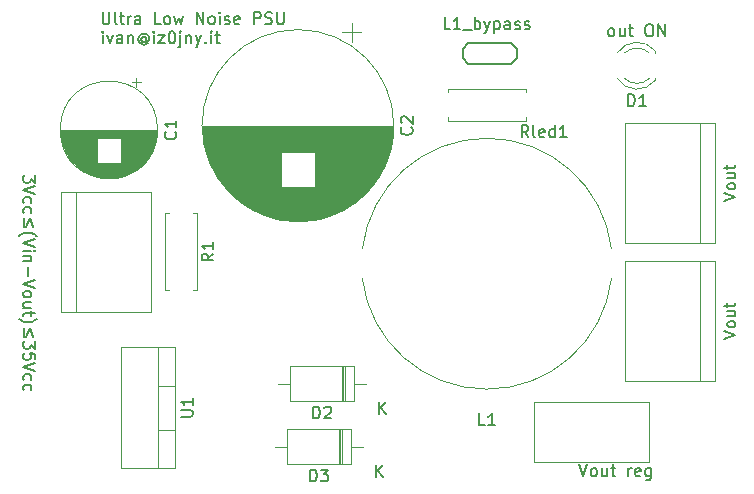
<source format=gbr>
%TF.GenerationSoftware,KiCad,Pcbnew,7.0.1*%
%TF.CreationDate,2023-10-09T09:12:30+02:00*%
%TF.ProjectId,ULN_PowerSupply_v2_0,554c4e5f-506f-4776-9572-537570706c79,rev?*%
%TF.SameCoordinates,Original*%
%TF.FileFunction,Legend,Top*%
%TF.FilePolarity,Positive*%
%FSLAX46Y46*%
G04 Gerber Fmt 4.6, Leading zero omitted, Abs format (unit mm)*
G04 Created by KiCad (PCBNEW 7.0.1) date 2023-10-09 09:12:30*
%MOMM*%
%LPD*%
G01*
G04 APERTURE LIST*
%ADD10C,0.150000*%
%ADD11C,0.120000*%
G04 APERTURE END LIST*
D10*
X124312380Y-97424857D02*
X124312380Y-98043904D01*
X124312380Y-98043904D02*
X123931428Y-97710571D01*
X123931428Y-97710571D02*
X123931428Y-97853428D01*
X123931428Y-97853428D02*
X123883809Y-97948666D01*
X123883809Y-97948666D02*
X123836190Y-97996285D01*
X123836190Y-97996285D02*
X123740952Y-98043904D01*
X123740952Y-98043904D02*
X123502857Y-98043904D01*
X123502857Y-98043904D02*
X123407619Y-97996285D01*
X123407619Y-97996285D02*
X123360000Y-97948666D01*
X123360000Y-97948666D02*
X123312380Y-97853428D01*
X123312380Y-97853428D02*
X123312380Y-97567714D01*
X123312380Y-97567714D02*
X123360000Y-97472476D01*
X123360000Y-97472476D02*
X123407619Y-97424857D01*
X124312380Y-98329619D02*
X123312380Y-98662952D01*
X123312380Y-98662952D02*
X124312380Y-98996285D01*
X123360000Y-99758190D02*
X123312380Y-99662952D01*
X123312380Y-99662952D02*
X123312380Y-99472476D01*
X123312380Y-99472476D02*
X123360000Y-99377238D01*
X123360000Y-99377238D02*
X123407619Y-99329619D01*
X123407619Y-99329619D02*
X123502857Y-99282000D01*
X123502857Y-99282000D02*
X123788571Y-99282000D01*
X123788571Y-99282000D02*
X123883809Y-99329619D01*
X123883809Y-99329619D02*
X123931428Y-99377238D01*
X123931428Y-99377238D02*
X123979047Y-99472476D01*
X123979047Y-99472476D02*
X123979047Y-99662952D01*
X123979047Y-99662952D02*
X123931428Y-99758190D01*
X123360000Y-100615333D02*
X123312380Y-100520095D01*
X123312380Y-100520095D02*
X123312380Y-100329619D01*
X123312380Y-100329619D02*
X123360000Y-100234381D01*
X123360000Y-100234381D02*
X123407619Y-100186762D01*
X123407619Y-100186762D02*
X123502857Y-100139143D01*
X123502857Y-100139143D02*
X123788571Y-100139143D01*
X123788571Y-100139143D02*
X123883809Y-100186762D01*
X123883809Y-100186762D02*
X123931428Y-100234381D01*
X123931428Y-100234381D02*
X123979047Y-100329619D01*
X123979047Y-100329619D02*
X123979047Y-100520095D01*
X123979047Y-100520095D02*
X123931428Y-100615333D01*
X123360000Y-101805810D02*
X123360000Y-101043905D01*
X123550476Y-101805810D02*
X123836190Y-101043905D01*
X123836190Y-101043905D02*
X124121904Y-101805810D01*
X122931428Y-102567714D02*
X122979047Y-102520095D01*
X122979047Y-102520095D02*
X123121904Y-102424857D01*
X123121904Y-102424857D02*
X123217142Y-102377238D01*
X123217142Y-102377238D02*
X123360000Y-102329619D01*
X123360000Y-102329619D02*
X123598095Y-102282000D01*
X123598095Y-102282000D02*
X123788571Y-102282000D01*
X123788571Y-102282000D02*
X124026666Y-102329619D01*
X124026666Y-102329619D02*
X124169523Y-102377238D01*
X124169523Y-102377238D02*
X124264761Y-102424857D01*
X124264761Y-102424857D02*
X124407619Y-102520095D01*
X124407619Y-102520095D02*
X124455238Y-102567714D01*
X124312380Y-102805810D02*
X123312380Y-103139143D01*
X123312380Y-103139143D02*
X124312380Y-103472476D01*
X123312380Y-103805810D02*
X123979047Y-103805810D01*
X124312380Y-103805810D02*
X124264761Y-103758191D01*
X124264761Y-103758191D02*
X124217142Y-103805810D01*
X124217142Y-103805810D02*
X124264761Y-103853429D01*
X124264761Y-103853429D02*
X124312380Y-103805810D01*
X124312380Y-103805810D02*
X124217142Y-103805810D01*
X123979047Y-104282000D02*
X123312380Y-104282000D01*
X123883809Y-104282000D02*
X123931428Y-104329619D01*
X123931428Y-104329619D02*
X123979047Y-104424857D01*
X123979047Y-104424857D02*
X123979047Y-104567714D01*
X123979047Y-104567714D02*
X123931428Y-104662952D01*
X123931428Y-104662952D02*
X123836190Y-104710571D01*
X123836190Y-104710571D02*
X123312380Y-104710571D01*
X123693333Y-105186762D02*
X123693333Y-105948667D01*
X124312380Y-106282000D02*
X123312380Y-106615333D01*
X123312380Y-106615333D02*
X124312380Y-106948666D01*
X123312380Y-107424857D02*
X123360000Y-107329619D01*
X123360000Y-107329619D02*
X123407619Y-107282000D01*
X123407619Y-107282000D02*
X123502857Y-107234381D01*
X123502857Y-107234381D02*
X123788571Y-107234381D01*
X123788571Y-107234381D02*
X123883809Y-107282000D01*
X123883809Y-107282000D02*
X123931428Y-107329619D01*
X123931428Y-107329619D02*
X123979047Y-107424857D01*
X123979047Y-107424857D02*
X123979047Y-107567714D01*
X123979047Y-107567714D02*
X123931428Y-107662952D01*
X123931428Y-107662952D02*
X123883809Y-107710571D01*
X123883809Y-107710571D02*
X123788571Y-107758190D01*
X123788571Y-107758190D02*
X123502857Y-107758190D01*
X123502857Y-107758190D02*
X123407619Y-107710571D01*
X123407619Y-107710571D02*
X123360000Y-107662952D01*
X123360000Y-107662952D02*
X123312380Y-107567714D01*
X123312380Y-107567714D02*
X123312380Y-107424857D01*
X123979047Y-108615333D02*
X123312380Y-108615333D01*
X123979047Y-108186762D02*
X123455238Y-108186762D01*
X123455238Y-108186762D02*
X123360000Y-108234381D01*
X123360000Y-108234381D02*
X123312380Y-108329619D01*
X123312380Y-108329619D02*
X123312380Y-108472476D01*
X123312380Y-108472476D02*
X123360000Y-108567714D01*
X123360000Y-108567714D02*
X123407619Y-108615333D01*
X123979047Y-108948667D02*
X123979047Y-109329619D01*
X124312380Y-109091524D02*
X123455238Y-109091524D01*
X123455238Y-109091524D02*
X123360000Y-109139143D01*
X123360000Y-109139143D02*
X123312380Y-109234381D01*
X123312380Y-109234381D02*
X123312380Y-109329619D01*
X122931428Y-109567715D02*
X122979047Y-109615334D01*
X122979047Y-109615334D02*
X123121904Y-109710572D01*
X123121904Y-109710572D02*
X123217142Y-109758191D01*
X123217142Y-109758191D02*
X123360000Y-109805810D01*
X123360000Y-109805810D02*
X123598095Y-109853429D01*
X123598095Y-109853429D02*
X123788571Y-109853429D01*
X123788571Y-109853429D02*
X124026666Y-109805810D01*
X124026666Y-109805810D02*
X124169523Y-109758191D01*
X124169523Y-109758191D02*
X124264761Y-109710572D01*
X124264761Y-109710572D02*
X124407619Y-109615334D01*
X124407619Y-109615334D02*
X124455238Y-109567715D01*
X123360000Y-111091525D02*
X123360000Y-110329620D01*
X123550476Y-111091525D02*
X123836190Y-110329620D01*
X123836190Y-110329620D02*
X124121904Y-111091525D01*
X124312380Y-111472477D02*
X124312380Y-112091524D01*
X124312380Y-112091524D02*
X123931428Y-111758191D01*
X123931428Y-111758191D02*
X123931428Y-111901048D01*
X123931428Y-111901048D02*
X123883809Y-111996286D01*
X123883809Y-111996286D02*
X123836190Y-112043905D01*
X123836190Y-112043905D02*
X123740952Y-112091524D01*
X123740952Y-112091524D02*
X123502857Y-112091524D01*
X123502857Y-112091524D02*
X123407619Y-112043905D01*
X123407619Y-112043905D02*
X123360000Y-111996286D01*
X123360000Y-111996286D02*
X123312380Y-111901048D01*
X123312380Y-111901048D02*
X123312380Y-111615334D01*
X123312380Y-111615334D02*
X123360000Y-111520096D01*
X123360000Y-111520096D02*
X123407619Y-111472477D01*
X124312380Y-112996286D02*
X124312380Y-112520096D01*
X124312380Y-112520096D02*
X123836190Y-112472477D01*
X123836190Y-112472477D02*
X123883809Y-112520096D01*
X123883809Y-112520096D02*
X123931428Y-112615334D01*
X123931428Y-112615334D02*
X123931428Y-112853429D01*
X123931428Y-112853429D02*
X123883809Y-112948667D01*
X123883809Y-112948667D02*
X123836190Y-112996286D01*
X123836190Y-112996286D02*
X123740952Y-113043905D01*
X123740952Y-113043905D02*
X123502857Y-113043905D01*
X123502857Y-113043905D02*
X123407619Y-112996286D01*
X123407619Y-112996286D02*
X123360000Y-112948667D01*
X123360000Y-112948667D02*
X123312380Y-112853429D01*
X123312380Y-112853429D02*
X123312380Y-112615334D01*
X123312380Y-112615334D02*
X123360000Y-112520096D01*
X123360000Y-112520096D02*
X123407619Y-112472477D01*
X124312380Y-113329620D02*
X123312380Y-113662953D01*
X123312380Y-113662953D02*
X124312380Y-113996286D01*
X123360000Y-114758191D02*
X123312380Y-114662953D01*
X123312380Y-114662953D02*
X123312380Y-114472477D01*
X123312380Y-114472477D02*
X123360000Y-114377239D01*
X123360000Y-114377239D02*
X123407619Y-114329620D01*
X123407619Y-114329620D02*
X123502857Y-114282001D01*
X123502857Y-114282001D02*
X123788571Y-114282001D01*
X123788571Y-114282001D02*
X123883809Y-114329620D01*
X123883809Y-114329620D02*
X123931428Y-114377239D01*
X123931428Y-114377239D02*
X123979047Y-114472477D01*
X123979047Y-114472477D02*
X123979047Y-114662953D01*
X123979047Y-114662953D02*
X123931428Y-114758191D01*
X123360000Y-115615334D02*
X123312380Y-115520096D01*
X123312380Y-115520096D02*
X123312380Y-115329620D01*
X123312380Y-115329620D02*
X123360000Y-115234382D01*
X123360000Y-115234382D02*
X123407619Y-115186763D01*
X123407619Y-115186763D02*
X123502857Y-115139144D01*
X123502857Y-115139144D02*
X123788571Y-115139144D01*
X123788571Y-115139144D02*
X123883809Y-115186763D01*
X123883809Y-115186763D02*
X123931428Y-115234382D01*
X123931428Y-115234382D02*
X123979047Y-115329620D01*
X123979047Y-115329620D02*
X123979047Y-115520096D01*
X123979047Y-115520096D02*
X123931428Y-115615334D01*
X130032095Y-83617619D02*
X130032095Y-84427142D01*
X130032095Y-84427142D02*
X130079714Y-84522380D01*
X130079714Y-84522380D02*
X130127333Y-84570000D01*
X130127333Y-84570000D02*
X130222571Y-84617619D01*
X130222571Y-84617619D02*
X130413047Y-84617619D01*
X130413047Y-84617619D02*
X130508285Y-84570000D01*
X130508285Y-84570000D02*
X130555904Y-84522380D01*
X130555904Y-84522380D02*
X130603523Y-84427142D01*
X130603523Y-84427142D02*
X130603523Y-83617619D01*
X131222571Y-84617619D02*
X131127333Y-84570000D01*
X131127333Y-84570000D02*
X131079714Y-84474761D01*
X131079714Y-84474761D02*
X131079714Y-83617619D01*
X131460667Y-83950952D02*
X131841619Y-83950952D01*
X131603524Y-83617619D02*
X131603524Y-84474761D01*
X131603524Y-84474761D02*
X131651143Y-84570000D01*
X131651143Y-84570000D02*
X131746381Y-84617619D01*
X131746381Y-84617619D02*
X131841619Y-84617619D01*
X132174953Y-84617619D02*
X132174953Y-83950952D01*
X132174953Y-84141428D02*
X132222572Y-84046190D01*
X132222572Y-84046190D02*
X132270191Y-83998571D01*
X132270191Y-83998571D02*
X132365429Y-83950952D01*
X132365429Y-83950952D02*
X132460667Y-83950952D01*
X133222572Y-84617619D02*
X133222572Y-84093809D01*
X133222572Y-84093809D02*
X133174953Y-83998571D01*
X133174953Y-83998571D02*
X133079715Y-83950952D01*
X133079715Y-83950952D02*
X132889239Y-83950952D01*
X132889239Y-83950952D02*
X132794001Y-83998571D01*
X133222572Y-84570000D02*
X133127334Y-84617619D01*
X133127334Y-84617619D02*
X132889239Y-84617619D01*
X132889239Y-84617619D02*
X132794001Y-84570000D01*
X132794001Y-84570000D02*
X132746382Y-84474761D01*
X132746382Y-84474761D02*
X132746382Y-84379523D01*
X132746382Y-84379523D02*
X132794001Y-84284285D01*
X132794001Y-84284285D02*
X132889239Y-84236666D01*
X132889239Y-84236666D02*
X133127334Y-84236666D01*
X133127334Y-84236666D02*
X133222572Y-84189047D01*
X134936858Y-84617619D02*
X134460668Y-84617619D01*
X134460668Y-84617619D02*
X134460668Y-83617619D01*
X135413049Y-84617619D02*
X135317811Y-84570000D01*
X135317811Y-84570000D02*
X135270192Y-84522380D01*
X135270192Y-84522380D02*
X135222573Y-84427142D01*
X135222573Y-84427142D02*
X135222573Y-84141428D01*
X135222573Y-84141428D02*
X135270192Y-84046190D01*
X135270192Y-84046190D02*
X135317811Y-83998571D01*
X135317811Y-83998571D02*
X135413049Y-83950952D01*
X135413049Y-83950952D02*
X135555906Y-83950952D01*
X135555906Y-83950952D02*
X135651144Y-83998571D01*
X135651144Y-83998571D02*
X135698763Y-84046190D01*
X135698763Y-84046190D02*
X135746382Y-84141428D01*
X135746382Y-84141428D02*
X135746382Y-84427142D01*
X135746382Y-84427142D02*
X135698763Y-84522380D01*
X135698763Y-84522380D02*
X135651144Y-84570000D01*
X135651144Y-84570000D02*
X135555906Y-84617619D01*
X135555906Y-84617619D02*
X135413049Y-84617619D01*
X136079716Y-83950952D02*
X136270192Y-84617619D01*
X136270192Y-84617619D02*
X136460668Y-84141428D01*
X136460668Y-84141428D02*
X136651144Y-84617619D01*
X136651144Y-84617619D02*
X136841620Y-83950952D01*
X137984478Y-84617619D02*
X137984478Y-83617619D01*
X137984478Y-83617619D02*
X138555906Y-84617619D01*
X138555906Y-84617619D02*
X138555906Y-83617619D01*
X139174954Y-84617619D02*
X139079716Y-84570000D01*
X139079716Y-84570000D02*
X139032097Y-84522380D01*
X139032097Y-84522380D02*
X138984478Y-84427142D01*
X138984478Y-84427142D02*
X138984478Y-84141428D01*
X138984478Y-84141428D02*
X139032097Y-84046190D01*
X139032097Y-84046190D02*
X139079716Y-83998571D01*
X139079716Y-83998571D02*
X139174954Y-83950952D01*
X139174954Y-83950952D02*
X139317811Y-83950952D01*
X139317811Y-83950952D02*
X139413049Y-83998571D01*
X139413049Y-83998571D02*
X139460668Y-84046190D01*
X139460668Y-84046190D02*
X139508287Y-84141428D01*
X139508287Y-84141428D02*
X139508287Y-84427142D01*
X139508287Y-84427142D02*
X139460668Y-84522380D01*
X139460668Y-84522380D02*
X139413049Y-84570000D01*
X139413049Y-84570000D02*
X139317811Y-84617619D01*
X139317811Y-84617619D02*
X139174954Y-84617619D01*
X139936859Y-84617619D02*
X139936859Y-83950952D01*
X139936859Y-83617619D02*
X139889240Y-83665238D01*
X139889240Y-83665238D02*
X139936859Y-83712857D01*
X139936859Y-83712857D02*
X139984478Y-83665238D01*
X139984478Y-83665238D02*
X139936859Y-83617619D01*
X139936859Y-83617619D02*
X139936859Y-83712857D01*
X140365430Y-84570000D02*
X140460668Y-84617619D01*
X140460668Y-84617619D02*
X140651144Y-84617619D01*
X140651144Y-84617619D02*
X140746382Y-84570000D01*
X140746382Y-84570000D02*
X140794001Y-84474761D01*
X140794001Y-84474761D02*
X140794001Y-84427142D01*
X140794001Y-84427142D02*
X140746382Y-84331904D01*
X140746382Y-84331904D02*
X140651144Y-84284285D01*
X140651144Y-84284285D02*
X140508287Y-84284285D01*
X140508287Y-84284285D02*
X140413049Y-84236666D01*
X140413049Y-84236666D02*
X140365430Y-84141428D01*
X140365430Y-84141428D02*
X140365430Y-84093809D01*
X140365430Y-84093809D02*
X140413049Y-83998571D01*
X140413049Y-83998571D02*
X140508287Y-83950952D01*
X140508287Y-83950952D02*
X140651144Y-83950952D01*
X140651144Y-83950952D02*
X140746382Y-83998571D01*
X141603525Y-84570000D02*
X141508287Y-84617619D01*
X141508287Y-84617619D02*
X141317811Y-84617619D01*
X141317811Y-84617619D02*
X141222573Y-84570000D01*
X141222573Y-84570000D02*
X141174954Y-84474761D01*
X141174954Y-84474761D02*
X141174954Y-84093809D01*
X141174954Y-84093809D02*
X141222573Y-83998571D01*
X141222573Y-83998571D02*
X141317811Y-83950952D01*
X141317811Y-83950952D02*
X141508287Y-83950952D01*
X141508287Y-83950952D02*
X141603525Y-83998571D01*
X141603525Y-83998571D02*
X141651144Y-84093809D01*
X141651144Y-84093809D02*
X141651144Y-84189047D01*
X141651144Y-84189047D02*
X141174954Y-84284285D01*
X142841621Y-84617619D02*
X142841621Y-83617619D01*
X142841621Y-83617619D02*
X143222573Y-83617619D01*
X143222573Y-83617619D02*
X143317811Y-83665238D01*
X143317811Y-83665238D02*
X143365430Y-83712857D01*
X143365430Y-83712857D02*
X143413049Y-83808095D01*
X143413049Y-83808095D02*
X143413049Y-83950952D01*
X143413049Y-83950952D02*
X143365430Y-84046190D01*
X143365430Y-84046190D02*
X143317811Y-84093809D01*
X143317811Y-84093809D02*
X143222573Y-84141428D01*
X143222573Y-84141428D02*
X142841621Y-84141428D01*
X143794002Y-84570000D02*
X143936859Y-84617619D01*
X143936859Y-84617619D02*
X144174954Y-84617619D01*
X144174954Y-84617619D02*
X144270192Y-84570000D01*
X144270192Y-84570000D02*
X144317811Y-84522380D01*
X144317811Y-84522380D02*
X144365430Y-84427142D01*
X144365430Y-84427142D02*
X144365430Y-84331904D01*
X144365430Y-84331904D02*
X144317811Y-84236666D01*
X144317811Y-84236666D02*
X144270192Y-84189047D01*
X144270192Y-84189047D02*
X144174954Y-84141428D01*
X144174954Y-84141428D02*
X143984478Y-84093809D01*
X143984478Y-84093809D02*
X143889240Y-84046190D01*
X143889240Y-84046190D02*
X143841621Y-83998571D01*
X143841621Y-83998571D02*
X143794002Y-83903333D01*
X143794002Y-83903333D02*
X143794002Y-83808095D01*
X143794002Y-83808095D02*
X143841621Y-83712857D01*
X143841621Y-83712857D02*
X143889240Y-83665238D01*
X143889240Y-83665238D02*
X143984478Y-83617619D01*
X143984478Y-83617619D02*
X144222573Y-83617619D01*
X144222573Y-83617619D02*
X144365430Y-83665238D01*
X144794002Y-83617619D02*
X144794002Y-84427142D01*
X144794002Y-84427142D02*
X144841621Y-84522380D01*
X144841621Y-84522380D02*
X144889240Y-84570000D01*
X144889240Y-84570000D02*
X144984478Y-84617619D01*
X144984478Y-84617619D02*
X145174954Y-84617619D01*
X145174954Y-84617619D02*
X145270192Y-84570000D01*
X145270192Y-84570000D02*
X145317811Y-84522380D01*
X145317811Y-84522380D02*
X145365430Y-84427142D01*
X145365430Y-84427142D02*
X145365430Y-83617619D01*
X130032095Y-86237619D02*
X130032095Y-85570952D01*
X130032095Y-85237619D02*
X129984476Y-85285238D01*
X129984476Y-85285238D02*
X130032095Y-85332857D01*
X130032095Y-85332857D02*
X130079714Y-85285238D01*
X130079714Y-85285238D02*
X130032095Y-85237619D01*
X130032095Y-85237619D02*
X130032095Y-85332857D01*
X130413047Y-85570952D02*
X130651142Y-86237619D01*
X130651142Y-86237619D02*
X130889237Y-85570952D01*
X131698761Y-86237619D02*
X131698761Y-85713809D01*
X131698761Y-85713809D02*
X131651142Y-85618571D01*
X131651142Y-85618571D02*
X131555904Y-85570952D01*
X131555904Y-85570952D02*
X131365428Y-85570952D01*
X131365428Y-85570952D02*
X131270190Y-85618571D01*
X131698761Y-86190000D02*
X131603523Y-86237619D01*
X131603523Y-86237619D02*
X131365428Y-86237619D01*
X131365428Y-86237619D02*
X131270190Y-86190000D01*
X131270190Y-86190000D02*
X131222571Y-86094761D01*
X131222571Y-86094761D02*
X131222571Y-85999523D01*
X131222571Y-85999523D02*
X131270190Y-85904285D01*
X131270190Y-85904285D02*
X131365428Y-85856666D01*
X131365428Y-85856666D02*
X131603523Y-85856666D01*
X131603523Y-85856666D02*
X131698761Y-85809047D01*
X132174952Y-85570952D02*
X132174952Y-86237619D01*
X132174952Y-85666190D02*
X132222571Y-85618571D01*
X132222571Y-85618571D02*
X132317809Y-85570952D01*
X132317809Y-85570952D02*
X132460666Y-85570952D01*
X132460666Y-85570952D02*
X132555904Y-85618571D01*
X132555904Y-85618571D02*
X132603523Y-85713809D01*
X132603523Y-85713809D02*
X132603523Y-86237619D01*
X133698761Y-85761428D02*
X133651142Y-85713809D01*
X133651142Y-85713809D02*
X133555904Y-85666190D01*
X133555904Y-85666190D02*
X133460666Y-85666190D01*
X133460666Y-85666190D02*
X133365428Y-85713809D01*
X133365428Y-85713809D02*
X133317809Y-85761428D01*
X133317809Y-85761428D02*
X133270190Y-85856666D01*
X133270190Y-85856666D02*
X133270190Y-85951904D01*
X133270190Y-85951904D02*
X133317809Y-86047142D01*
X133317809Y-86047142D02*
X133365428Y-86094761D01*
X133365428Y-86094761D02*
X133460666Y-86142380D01*
X133460666Y-86142380D02*
X133555904Y-86142380D01*
X133555904Y-86142380D02*
X133651142Y-86094761D01*
X133651142Y-86094761D02*
X133698761Y-86047142D01*
X133698761Y-85666190D02*
X133698761Y-86047142D01*
X133698761Y-86047142D02*
X133746380Y-86094761D01*
X133746380Y-86094761D02*
X133793999Y-86094761D01*
X133793999Y-86094761D02*
X133889238Y-86047142D01*
X133889238Y-86047142D02*
X133936857Y-85951904D01*
X133936857Y-85951904D02*
X133936857Y-85713809D01*
X133936857Y-85713809D02*
X133841619Y-85570952D01*
X133841619Y-85570952D02*
X133698761Y-85475714D01*
X133698761Y-85475714D02*
X133508285Y-85428095D01*
X133508285Y-85428095D02*
X133317809Y-85475714D01*
X133317809Y-85475714D02*
X133174952Y-85570952D01*
X133174952Y-85570952D02*
X133079714Y-85713809D01*
X133079714Y-85713809D02*
X133032095Y-85904285D01*
X133032095Y-85904285D02*
X133079714Y-86094761D01*
X133079714Y-86094761D02*
X133174952Y-86237619D01*
X133174952Y-86237619D02*
X133317809Y-86332857D01*
X133317809Y-86332857D02*
X133508285Y-86380476D01*
X133508285Y-86380476D02*
X133698761Y-86332857D01*
X133698761Y-86332857D02*
X133841619Y-86237619D01*
X134365428Y-86237619D02*
X134365428Y-85570952D01*
X134365428Y-85237619D02*
X134317809Y-85285238D01*
X134317809Y-85285238D02*
X134365428Y-85332857D01*
X134365428Y-85332857D02*
X134413047Y-85285238D01*
X134413047Y-85285238D02*
X134365428Y-85237619D01*
X134365428Y-85237619D02*
X134365428Y-85332857D01*
X134746380Y-85570952D02*
X135270189Y-85570952D01*
X135270189Y-85570952D02*
X134746380Y-86237619D01*
X134746380Y-86237619D02*
X135270189Y-86237619D01*
X135841618Y-85237619D02*
X135936856Y-85237619D01*
X135936856Y-85237619D02*
X136032094Y-85285238D01*
X136032094Y-85285238D02*
X136079713Y-85332857D01*
X136079713Y-85332857D02*
X136127332Y-85428095D01*
X136127332Y-85428095D02*
X136174951Y-85618571D01*
X136174951Y-85618571D02*
X136174951Y-85856666D01*
X136174951Y-85856666D02*
X136127332Y-86047142D01*
X136127332Y-86047142D02*
X136079713Y-86142380D01*
X136079713Y-86142380D02*
X136032094Y-86190000D01*
X136032094Y-86190000D02*
X135936856Y-86237619D01*
X135936856Y-86237619D02*
X135841618Y-86237619D01*
X135841618Y-86237619D02*
X135746380Y-86190000D01*
X135746380Y-86190000D02*
X135698761Y-86142380D01*
X135698761Y-86142380D02*
X135651142Y-86047142D01*
X135651142Y-86047142D02*
X135603523Y-85856666D01*
X135603523Y-85856666D02*
X135603523Y-85618571D01*
X135603523Y-85618571D02*
X135651142Y-85428095D01*
X135651142Y-85428095D02*
X135698761Y-85332857D01*
X135698761Y-85332857D02*
X135746380Y-85285238D01*
X135746380Y-85285238D02*
X135841618Y-85237619D01*
X136603523Y-85570952D02*
X136603523Y-86428095D01*
X136603523Y-86428095D02*
X136555904Y-86523333D01*
X136555904Y-86523333D02*
X136460666Y-86570952D01*
X136460666Y-86570952D02*
X136413047Y-86570952D01*
X136603523Y-85237619D02*
X136555904Y-85285238D01*
X136555904Y-85285238D02*
X136603523Y-85332857D01*
X136603523Y-85332857D02*
X136651142Y-85285238D01*
X136651142Y-85285238D02*
X136603523Y-85237619D01*
X136603523Y-85237619D02*
X136603523Y-85332857D01*
X137079713Y-85570952D02*
X137079713Y-86237619D01*
X137079713Y-85666190D02*
X137127332Y-85618571D01*
X137127332Y-85618571D02*
X137222570Y-85570952D01*
X137222570Y-85570952D02*
X137365427Y-85570952D01*
X137365427Y-85570952D02*
X137460665Y-85618571D01*
X137460665Y-85618571D02*
X137508284Y-85713809D01*
X137508284Y-85713809D02*
X137508284Y-86237619D01*
X137889237Y-85570952D02*
X138127332Y-86237619D01*
X138365427Y-85570952D02*
X138127332Y-86237619D01*
X138127332Y-86237619D02*
X138032094Y-86475714D01*
X138032094Y-86475714D02*
X137984475Y-86523333D01*
X137984475Y-86523333D02*
X137889237Y-86570952D01*
X138746380Y-86142380D02*
X138793999Y-86190000D01*
X138793999Y-86190000D02*
X138746380Y-86237619D01*
X138746380Y-86237619D02*
X138698761Y-86190000D01*
X138698761Y-86190000D02*
X138746380Y-86142380D01*
X138746380Y-86142380D02*
X138746380Y-86237619D01*
X139222570Y-86237619D02*
X139222570Y-85570952D01*
X139222570Y-85237619D02*
X139174951Y-85285238D01*
X139174951Y-85285238D02*
X139222570Y-85332857D01*
X139222570Y-85332857D02*
X139270189Y-85285238D01*
X139270189Y-85285238D02*
X139222570Y-85237619D01*
X139222570Y-85237619D02*
X139222570Y-85332857D01*
X139555903Y-85570952D02*
X139936855Y-85570952D01*
X139698760Y-85237619D02*
X139698760Y-86094761D01*
X139698760Y-86094761D02*
X139746379Y-86190000D01*
X139746379Y-86190000D02*
X139841617Y-86237619D01*
X139841617Y-86237619D02*
X139936855Y-86237619D01*
%TO.C,D2*%
X147851905Y-117994619D02*
X147851905Y-116994619D01*
X147851905Y-116994619D02*
X148090000Y-116994619D01*
X148090000Y-116994619D02*
X148232857Y-117042238D01*
X148232857Y-117042238D02*
X148328095Y-117137476D01*
X148328095Y-117137476D02*
X148375714Y-117232714D01*
X148375714Y-117232714D02*
X148423333Y-117423190D01*
X148423333Y-117423190D02*
X148423333Y-117566047D01*
X148423333Y-117566047D02*
X148375714Y-117756523D01*
X148375714Y-117756523D02*
X148328095Y-117851761D01*
X148328095Y-117851761D02*
X148232857Y-117947000D01*
X148232857Y-117947000D02*
X148090000Y-117994619D01*
X148090000Y-117994619D02*
X147851905Y-117994619D01*
X148804286Y-117089857D02*
X148851905Y-117042238D01*
X148851905Y-117042238D02*
X148947143Y-116994619D01*
X148947143Y-116994619D02*
X149185238Y-116994619D01*
X149185238Y-116994619D02*
X149280476Y-117042238D01*
X149280476Y-117042238D02*
X149328095Y-117089857D01*
X149328095Y-117089857D02*
X149375714Y-117185095D01*
X149375714Y-117185095D02*
X149375714Y-117280333D01*
X149375714Y-117280333D02*
X149328095Y-117423190D01*
X149328095Y-117423190D02*
X148756667Y-117994619D01*
X148756667Y-117994619D02*
X149375714Y-117994619D01*
X153408095Y-117624619D02*
X153408095Y-116624619D01*
X153979523Y-117624619D02*
X153550952Y-117053190D01*
X153979523Y-116624619D02*
X153408095Y-117196047D01*
%TO.C,J5*%
X159464761Y-85044619D02*
X158988571Y-85044619D01*
X158988571Y-85044619D02*
X158988571Y-84044619D01*
X160321904Y-85044619D02*
X159750476Y-85044619D01*
X160036190Y-85044619D02*
X160036190Y-84044619D01*
X160036190Y-84044619D02*
X159940952Y-84187476D01*
X159940952Y-84187476D02*
X159845714Y-84282714D01*
X159845714Y-84282714D02*
X159750476Y-84330333D01*
X160512381Y-85139857D02*
X161274285Y-85139857D01*
X161512381Y-85044619D02*
X161512381Y-84044619D01*
X161512381Y-84425571D02*
X161607619Y-84377952D01*
X161607619Y-84377952D02*
X161798095Y-84377952D01*
X161798095Y-84377952D02*
X161893333Y-84425571D01*
X161893333Y-84425571D02*
X161940952Y-84473190D01*
X161940952Y-84473190D02*
X161988571Y-84568428D01*
X161988571Y-84568428D02*
X161988571Y-84854142D01*
X161988571Y-84854142D02*
X161940952Y-84949380D01*
X161940952Y-84949380D02*
X161893333Y-84997000D01*
X161893333Y-84997000D02*
X161798095Y-85044619D01*
X161798095Y-85044619D02*
X161607619Y-85044619D01*
X161607619Y-85044619D02*
X161512381Y-84997000D01*
X162321905Y-84377952D02*
X162560000Y-85044619D01*
X162798095Y-84377952D02*
X162560000Y-85044619D01*
X162560000Y-85044619D02*
X162464762Y-85282714D01*
X162464762Y-85282714D02*
X162417143Y-85330333D01*
X162417143Y-85330333D02*
X162321905Y-85377952D01*
X163179048Y-84377952D02*
X163179048Y-85377952D01*
X163179048Y-84425571D02*
X163274286Y-84377952D01*
X163274286Y-84377952D02*
X163464762Y-84377952D01*
X163464762Y-84377952D02*
X163560000Y-84425571D01*
X163560000Y-84425571D02*
X163607619Y-84473190D01*
X163607619Y-84473190D02*
X163655238Y-84568428D01*
X163655238Y-84568428D02*
X163655238Y-84854142D01*
X163655238Y-84854142D02*
X163607619Y-84949380D01*
X163607619Y-84949380D02*
X163560000Y-84997000D01*
X163560000Y-84997000D02*
X163464762Y-85044619D01*
X163464762Y-85044619D02*
X163274286Y-85044619D01*
X163274286Y-85044619D02*
X163179048Y-84997000D01*
X164512381Y-85044619D02*
X164512381Y-84520809D01*
X164512381Y-84520809D02*
X164464762Y-84425571D01*
X164464762Y-84425571D02*
X164369524Y-84377952D01*
X164369524Y-84377952D02*
X164179048Y-84377952D01*
X164179048Y-84377952D02*
X164083810Y-84425571D01*
X164512381Y-84997000D02*
X164417143Y-85044619D01*
X164417143Y-85044619D02*
X164179048Y-85044619D01*
X164179048Y-85044619D02*
X164083810Y-84997000D01*
X164083810Y-84997000D02*
X164036191Y-84901761D01*
X164036191Y-84901761D02*
X164036191Y-84806523D01*
X164036191Y-84806523D02*
X164083810Y-84711285D01*
X164083810Y-84711285D02*
X164179048Y-84663666D01*
X164179048Y-84663666D02*
X164417143Y-84663666D01*
X164417143Y-84663666D02*
X164512381Y-84616047D01*
X164940953Y-84997000D02*
X165036191Y-85044619D01*
X165036191Y-85044619D02*
X165226667Y-85044619D01*
X165226667Y-85044619D02*
X165321905Y-84997000D01*
X165321905Y-84997000D02*
X165369524Y-84901761D01*
X165369524Y-84901761D02*
X165369524Y-84854142D01*
X165369524Y-84854142D02*
X165321905Y-84758904D01*
X165321905Y-84758904D02*
X165226667Y-84711285D01*
X165226667Y-84711285D02*
X165083810Y-84711285D01*
X165083810Y-84711285D02*
X164988572Y-84663666D01*
X164988572Y-84663666D02*
X164940953Y-84568428D01*
X164940953Y-84568428D02*
X164940953Y-84520809D01*
X164940953Y-84520809D02*
X164988572Y-84425571D01*
X164988572Y-84425571D02*
X165083810Y-84377952D01*
X165083810Y-84377952D02*
X165226667Y-84377952D01*
X165226667Y-84377952D02*
X165321905Y-84425571D01*
X165750477Y-84997000D02*
X165845715Y-85044619D01*
X165845715Y-85044619D02*
X166036191Y-85044619D01*
X166036191Y-85044619D02*
X166131429Y-84997000D01*
X166131429Y-84997000D02*
X166179048Y-84901761D01*
X166179048Y-84901761D02*
X166179048Y-84854142D01*
X166179048Y-84854142D02*
X166131429Y-84758904D01*
X166131429Y-84758904D02*
X166036191Y-84711285D01*
X166036191Y-84711285D02*
X165893334Y-84711285D01*
X165893334Y-84711285D02*
X165798096Y-84663666D01*
X165798096Y-84663666D02*
X165750477Y-84568428D01*
X165750477Y-84568428D02*
X165750477Y-84520809D01*
X165750477Y-84520809D02*
X165798096Y-84425571D01*
X165798096Y-84425571D02*
X165893334Y-84377952D01*
X165893334Y-84377952D02*
X166036191Y-84377952D01*
X166036191Y-84377952D02*
X166131429Y-84425571D01*
%TO.C,J3*%
X182596619Y-111251809D02*
X183596619Y-110918476D01*
X183596619Y-110918476D02*
X182596619Y-110585143D01*
X183596619Y-110108952D02*
X183549000Y-110204190D01*
X183549000Y-110204190D02*
X183501380Y-110251809D01*
X183501380Y-110251809D02*
X183406142Y-110299428D01*
X183406142Y-110299428D02*
X183120428Y-110299428D01*
X183120428Y-110299428D02*
X183025190Y-110251809D01*
X183025190Y-110251809D02*
X182977571Y-110204190D01*
X182977571Y-110204190D02*
X182929952Y-110108952D01*
X182929952Y-110108952D02*
X182929952Y-109966095D01*
X182929952Y-109966095D02*
X182977571Y-109870857D01*
X182977571Y-109870857D02*
X183025190Y-109823238D01*
X183025190Y-109823238D02*
X183120428Y-109775619D01*
X183120428Y-109775619D02*
X183406142Y-109775619D01*
X183406142Y-109775619D02*
X183501380Y-109823238D01*
X183501380Y-109823238D02*
X183549000Y-109870857D01*
X183549000Y-109870857D02*
X183596619Y-109966095D01*
X183596619Y-109966095D02*
X183596619Y-110108952D01*
X182929952Y-108918476D02*
X183596619Y-108918476D01*
X182929952Y-109347047D02*
X183453761Y-109347047D01*
X183453761Y-109347047D02*
X183549000Y-109299428D01*
X183549000Y-109299428D02*
X183596619Y-109204190D01*
X183596619Y-109204190D02*
X183596619Y-109061333D01*
X183596619Y-109061333D02*
X183549000Y-108966095D01*
X183549000Y-108966095D02*
X183501380Y-108918476D01*
X182929952Y-108585142D02*
X182929952Y-108204190D01*
X182596619Y-108442285D02*
X183453761Y-108442285D01*
X183453761Y-108442285D02*
X183549000Y-108394666D01*
X183549000Y-108394666D02*
X183596619Y-108299428D01*
X183596619Y-108299428D02*
X183596619Y-108204190D01*
%TO.C,Vout reg*%
X170386761Y-121890619D02*
X170720094Y-122890619D01*
X170720094Y-122890619D02*
X171053427Y-121890619D01*
X171529618Y-122890619D02*
X171434380Y-122843000D01*
X171434380Y-122843000D02*
X171386761Y-122795380D01*
X171386761Y-122795380D02*
X171339142Y-122700142D01*
X171339142Y-122700142D02*
X171339142Y-122414428D01*
X171339142Y-122414428D02*
X171386761Y-122319190D01*
X171386761Y-122319190D02*
X171434380Y-122271571D01*
X171434380Y-122271571D02*
X171529618Y-122223952D01*
X171529618Y-122223952D02*
X171672475Y-122223952D01*
X171672475Y-122223952D02*
X171767713Y-122271571D01*
X171767713Y-122271571D02*
X171815332Y-122319190D01*
X171815332Y-122319190D02*
X171862951Y-122414428D01*
X171862951Y-122414428D02*
X171862951Y-122700142D01*
X171862951Y-122700142D02*
X171815332Y-122795380D01*
X171815332Y-122795380D02*
X171767713Y-122843000D01*
X171767713Y-122843000D02*
X171672475Y-122890619D01*
X171672475Y-122890619D02*
X171529618Y-122890619D01*
X172720094Y-122223952D02*
X172720094Y-122890619D01*
X172291523Y-122223952D02*
X172291523Y-122747761D01*
X172291523Y-122747761D02*
X172339142Y-122843000D01*
X172339142Y-122843000D02*
X172434380Y-122890619D01*
X172434380Y-122890619D02*
X172577237Y-122890619D01*
X172577237Y-122890619D02*
X172672475Y-122843000D01*
X172672475Y-122843000D02*
X172720094Y-122795380D01*
X173053428Y-122223952D02*
X173434380Y-122223952D01*
X173196285Y-121890619D02*
X173196285Y-122747761D01*
X173196285Y-122747761D02*
X173243904Y-122843000D01*
X173243904Y-122843000D02*
X173339142Y-122890619D01*
X173339142Y-122890619D02*
X173434380Y-122890619D01*
X174529619Y-122890619D02*
X174529619Y-122223952D01*
X174529619Y-122414428D02*
X174577238Y-122319190D01*
X174577238Y-122319190D02*
X174624857Y-122271571D01*
X174624857Y-122271571D02*
X174720095Y-122223952D01*
X174720095Y-122223952D02*
X174815333Y-122223952D01*
X175529619Y-122843000D02*
X175434381Y-122890619D01*
X175434381Y-122890619D02*
X175243905Y-122890619D01*
X175243905Y-122890619D02*
X175148667Y-122843000D01*
X175148667Y-122843000D02*
X175101048Y-122747761D01*
X175101048Y-122747761D02*
X175101048Y-122366809D01*
X175101048Y-122366809D02*
X175148667Y-122271571D01*
X175148667Y-122271571D02*
X175243905Y-122223952D01*
X175243905Y-122223952D02*
X175434381Y-122223952D01*
X175434381Y-122223952D02*
X175529619Y-122271571D01*
X175529619Y-122271571D02*
X175577238Y-122366809D01*
X175577238Y-122366809D02*
X175577238Y-122462047D01*
X175577238Y-122462047D02*
X175101048Y-122557285D01*
X176434381Y-122223952D02*
X176434381Y-123033476D01*
X176434381Y-123033476D02*
X176386762Y-123128714D01*
X176386762Y-123128714D02*
X176339143Y-123176333D01*
X176339143Y-123176333D02*
X176243905Y-123223952D01*
X176243905Y-123223952D02*
X176101048Y-123223952D01*
X176101048Y-123223952D02*
X176005810Y-123176333D01*
X176434381Y-122843000D02*
X176339143Y-122890619D01*
X176339143Y-122890619D02*
X176148667Y-122890619D01*
X176148667Y-122890619D02*
X176053429Y-122843000D01*
X176053429Y-122843000D02*
X176005810Y-122795380D01*
X176005810Y-122795380D02*
X175958191Y-122700142D01*
X175958191Y-122700142D02*
X175958191Y-122414428D01*
X175958191Y-122414428D02*
X176005810Y-122319190D01*
X176005810Y-122319190D02*
X176053429Y-122271571D01*
X176053429Y-122271571D02*
X176148667Y-122223952D01*
X176148667Y-122223952D02*
X176339143Y-122223952D01*
X176339143Y-122223952D02*
X176434381Y-122271571D01*
%TO.C,C2*%
X156175380Y-93367866D02*
X156223000Y-93415485D01*
X156223000Y-93415485D02*
X156270619Y-93558342D01*
X156270619Y-93558342D02*
X156270619Y-93653580D01*
X156270619Y-93653580D02*
X156223000Y-93796437D01*
X156223000Y-93796437D02*
X156127761Y-93891675D01*
X156127761Y-93891675D02*
X156032523Y-93939294D01*
X156032523Y-93939294D02*
X155842047Y-93986913D01*
X155842047Y-93986913D02*
X155699190Y-93986913D01*
X155699190Y-93986913D02*
X155508714Y-93939294D01*
X155508714Y-93939294D02*
X155413476Y-93891675D01*
X155413476Y-93891675D02*
X155318238Y-93796437D01*
X155318238Y-93796437D02*
X155270619Y-93653580D01*
X155270619Y-93653580D02*
X155270619Y-93558342D01*
X155270619Y-93558342D02*
X155318238Y-93415485D01*
X155318238Y-93415485D02*
X155365857Y-93367866D01*
X155365857Y-92986913D02*
X155318238Y-92939294D01*
X155318238Y-92939294D02*
X155270619Y-92844056D01*
X155270619Y-92844056D02*
X155270619Y-92605961D01*
X155270619Y-92605961D02*
X155318238Y-92510723D01*
X155318238Y-92510723D02*
X155365857Y-92463104D01*
X155365857Y-92463104D02*
X155461095Y-92415485D01*
X155461095Y-92415485D02*
X155556333Y-92415485D01*
X155556333Y-92415485D02*
X155699190Y-92463104D01*
X155699190Y-92463104D02*
X156270619Y-93034532D01*
X156270619Y-93034532D02*
X156270619Y-92415485D01*
%TO.C,C1*%
X136173380Y-93735966D02*
X136221000Y-93783585D01*
X136221000Y-93783585D02*
X136268619Y-93926442D01*
X136268619Y-93926442D02*
X136268619Y-94021680D01*
X136268619Y-94021680D02*
X136221000Y-94164537D01*
X136221000Y-94164537D02*
X136125761Y-94259775D01*
X136125761Y-94259775D02*
X136030523Y-94307394D01*
X136030523Y-94307394D02*
X135840047Y-94355013D01*
X135840047Y-94355013D02*
X135697190Y-94355013D01*
X135697190Y-94355013D02*
X135506714Y-94307394D01*
X135506714Y-94307394D02*
X135411476Y-94259775D01*
X135411476Y-94259775D02*
X135316238Y-94164537D01*
X135316238Y-94164537D02*
X135268619Y-94021680D01*
X135268619Y-94021680D02*
X135268619Y-93926442D01*
X135268619Y-93926442D02*
X135316238Y-93783585D01*
X135316238Y-93783585D02*
X135363857Y-93735966D01*
X136268619Y-92783585D02*
X136268619Y-93355013D01*
X136268619Y-93069299D02*
X135268619Y-93069299D01*
X135268619Y-93069299D02*
X135411476Y-93164537D01*
X135411476Y-93164537D02*
X135506714Y-93259775D01*
X135506714Y-93259775D02*
X135554333Y-93355013D01*
%TO.C,U1*%
X136645619Y-117855904D02*
X137455142Y-117855904D01*
X137455142Y-117855904D02*
X137550380Y-117808285D01*
X137550380Y-117808285D02*
X137598000Y-117760666D01*
X137598000Y-117760666D02*
X137645619Y-117665428D01*
X137645619Y-117665428D02*
X137645619Y-117474952D01*
X137645619Y-117474952D02*
X137598000Y-117379714D01*
X137598000Y-117379714D02*
X137550380Y-117332095D01*
X137550380Y-117332095D02*
X137455142Y-117284476D01*
X137455142Y-117284476D02*
X136645619Y-117284476D01*
X137645619Y-116284476D02*
X137645619Y-116855904D01*
X137645619Y-116570190D02*
X136645619Y-116570190D01*
X136645619Y-116570190D02*
X136788476Y-116665428D01*
X136788476Y-116665428D02*
X136883714Y-116760666D01*
X136883714Y-116760666D02*
X136931333Y-116855904D01*
%TO.C,L1*%
X162393333Y-118572619D02*
X161917143Y-118572619D01*
X161917143Y-118572619D02*
X161917143Y-117572619D01*
X163250476Y-118572619D02*
X162679048Y-118572619D01*
X162964762Y-118572619D02*
X162964762Y-117572619D01*
X162964762Y-117572619D02*
X162869524Y-117715476D01*
X162869524Y-117715476D02*
X162774286Y-117810714D01*
X162774286Y-117810714D02*
X162679048Y-117858333D01*
%TO.C,Rled1*%
X166076475Y-94188619D02*
X165743142Y-93712428D01*
X165505047Y-94188619D02*
X165505047Y-93188619D01*
X165505047Y-93188619D02*
X165885999Y-93188619D01*
X165885999Y-93188619D02*
X165981237Y-93236238D01*
X165981237Y-93236238D02*
X166028856Y-93283857D01*
X166028856Y-93283857D02*
X166076475Y-93379095D01*
X166076475Y-93379095D02*
X166076475Y-93521952D01*
X166076475Y-93521952D02*
X166028856Y-93617190D01*
X166028856Y-93617190D02*
X165981237Y-93664809D01*
X165981237Y-93664809D02*
X165885999Y-93712428D01*
X165885999Y-93712428D02*
X165505047Y-93712428D01*
X166647904Y-94188619D02*
X166552666Y-94141000D01*
X166552666Y-94141000D02*
X166505047Y-94045761D01*
X166505047Y-94045761D02*
X166505047Y-93188619D01*
X167409809Y-94141000D02*
X167314571Y-94188619D01*
X167314571Y-94188619D02*
X167124095Y-94188619D01*
X167124095Y-94188619D02*
X167028857Y-94141000D01*
X167028857Y-94141000D02*
X166981238Y-94045761D01*
X166981238Y-94045761D02*
X166981238Y-93664809D01*
X166981238Y-93664809D02*
X167028857Y-93569571D01*
X167028857Y-93569571D02*
X167124095Y-93521952D01*
X167124095Y-93521952D02*
X167314571Y-93521952D01*
X167314571Y-93521952D02*
X167409809Y-93569571D01*
X167409809Y-93569571D02*
X167457428Y-93664809D01*
X167457428Y-93664809D02*
X167457428Y-93760047D01*
X167457428Y-93760047D02*
X166981238Y-93855285D01*
X168314571Y-94188619D02*
X168314571Y-93188619D01*
X168314571Y-94141000D02*
X168219333Y-94188619D01*
X168219333Y-94188619D02*
X168028857Y-94188619D01*
X168028857Y-94188619D02*
X167933619Y-94141000D01*
X167933619Y-94141000D02*
X167886000Y-94093380D01*
X167886000Y-94093380D02*
X167838381Y-93998142D01*
X167838381Y-93998142D02*
X167838381Y-93712428D01*
X167838381Y-93712428D02*
X167886000Y-93617190D01*
X167886000Y-93617190D02*
X167933619Y-93569571D01*
X167933619Y-93569571D02*
X168028857Y-93521952D01*
X168028857Y-93521952D02*
X168219333Y-93521952D01*
X168219333Y-93521952D02*
X168314571Y-93569571D01*
X169314571Y-94188619D02*
X168743143Y-94188619D01*
X169028857Y-94188619D02*
X169028857Y-93188619D01*
X169028857Y-93188619D02*
X168933619Y-93331476D01*
X168933619Y-93331476D02*
X168838381Y-93426714D01*
X168838381Y-93426714D02*
X168743143Y-93474333D01*
%TO.C,R1*%
X139400619Y-104052666D02*
X138924428Y-104385999D01*
X139400619Y-104624094D02*
X138400619Y-104624094D01*
X138400619Y-104624094D02*
X138400619Y-104243142D01*
X138400619Y-104243142D02*
X138448238Y-104147904D01*
X138448238Y-104147904D02*
X138495857Y-104100285D01*
X138495857Y-104100285D02*
X138591095Y-104052666D01*
X138591095Y-104052666D02*
X138733952Y-104052666D01*
X138733952Y-104052666D02*
X138829190Y-104100285D01*
X138829190Y-104100285D02*
X138876809Y-104147904D01*
X138876809Y-104147904D02*
X138924428Y-104243142D01*
X138924428Y-104243142D02*
X138924428Y-104624094D01*
X139400619Y-103100285D02*
X139400619Y-103671713D01*
X139400619Y-103385999D02*
X138400619Y-103385999D01*
X138400619Y-103385999D02*
X138543476Y-103481237D01*
X138543476Y-103481237D02*
X138638714Y-103576475D01*
X138638714Y-103576475D02*
X138686333Y-103671713D01*
%TO.C,D1*%
X174526905Y-91560619D02*
X174526905Y-90560619D01*
X174526905Y-90560619D02*
X174765000Y-90560619D01*
X174765000Y-90560619D02*
X174907857Y-90608238D01*
X174907857Y-90608238D02*
X175003095Y-90703476D01*
X175003095Y-90703476D02*
X175050714Y-90798714D01*
X175050714Y-90798714D02*
X175098333Y-90989190D01*
X175098333Y-90989190D02*
X175098333Y-91132047D01*
X175098333Y-91132047D02*
X175050714Y-91322523D01*
X175050714Y-91322523D02*
X175003095Y-91417761D01*
X175003095Y-91417761D02*
X174907857Y-91513000D01*
X174907857Y-91513000D02*
X174765000Y-91560619D01*
X174765000Y-91560619D02*
X174526905Y-91560619D01*
X176050714Y-91560619D02*
X175479286Y-91560619D01*
X175765000Y-91560619D02*
X175765000Y-90560619D01*
X175765000Y-90560619D02*
X175669762Y-90703476D01*
X175669762Y-90703476D02*
X175574524Y-90798714D01*
X175574524Y-90798714D02*
X175479286Y-90846333D01*
X173026904Y-85640619D02*
X172931666Y-85593000D01*
X172931666Y-85593000D02*
X172884047Y-85545380D01*
X172884047Y-85545380D02*
X172836428Y-85450142D01*
X172836428Y-85450142D02*
X172836428Y-85164428D01*
X172836428Y-85164428D02*
X172884047Y-85069190D01*
X172884047Y-85069190D02*
X172931666Y-85021571D01*
X172931666Y-85021571D02*
X173026904Y-84973952D01*
X173026904Y-84973952D02*
X173169761Y-84973952D01*
X173169761Y-84973952D02*
X173264999Y-85021571D01*
X173264999Y-85021571D02*
X173312618Y-85069190D01*
X173312618Y-85069190D02*
X173360237Y-85164428D01*
X173360237Y-85164428D02*
X173360237Y-85450142D01*
X173360237Y-85450142D02*
X173312618Y-85545380D01*
X173312618Y-85545380D02*
X173264999Y-85593000D01*
X173264999Y-85593000D02*
X173169761Y-85640619D01*
X173169761Y-85640619D02*
X173026904Y-85640619D01*
X174217380Y-84973952D02*
X174217380Y-85640619D01*
X173788809Y-84973952D02*
X173788809Y-85497761D01*
X173788809Y-85497761D02*
X173836428Y-85593000D01*
X173836428Y-85593000D02*
X173931666Y-85640619D01*
X173931666Y-85640619D02*
X174074523Y-85640619D01*
X174074523Y-85640619D02*
X174169761Y-85593000D01*
X174169761Y-85593000D02*
X174217380Y-85545380D01*
X174550714Y-84973952D02*
X174931666Y-84973952D01*
X174693571Y-84640619D02*
X174693571Y-85497761D01*
X174693571Y-85497761D02*
X174741190Y-85593000D01*
X174741190Y-85593000D02*
X174836428Y-85640619D01*
X174836428Y-85640619D02*
X174931666Y-85640619D01*
X176217381Y-84640619D02*
X176407857Y-84640619D01*
X176407857Y-84640619D02*
X176503095Y-84688238D01*
X176503095Y-84688238D02*
X176598333Y-84783476D01*
X176598333Y-84783476D02*
X176645952Y-84973952D01*
X176645952Y-84973952D02*
X176645952Y-85307285D01*
X176645952Y-85307285D02*
X176598333Y-85497761D01*
X176598333Y-85497761D02*
X176503095Y-85593000D01*
X176503095Y-85593000D02*
X176407857Y-85640619D01*
X176407857Y-85640619D02*
X176217381Y-85640619D01*
X176217381Y-85640619D02*
X176122143Y-85593000D01*
X176122143Y-85593000D02*
X176026905Y-85497761D01*
X176026905Y-85497761D02*
X175979286Y-85307285D01*
X175979286Y-85307285D02*
X175979286Y-84973952D01*
X175979286Y-84973952D02*
X176026905Y-84783476D01*
X176026905Y-84783476D02*
X176122143Y-84688238D01*
X176122143Y-84688238D02*
X176217381Y-84640619D01*
X177074524Y-85640619D02*
X177074524Y-84640619D01*
X177074524Y-84640619D02*
X177645952Y-85640619D01*
X177645952Y-85640619D02*
X177645952Y-84640619D01*
%TO.C,D3*%
X147597905Y-123328619D02*
X147597905Y-122328619D01*
X147597905Y-122328619D02*
X147836000Y-122328619D01*
X147836000Y-122328619D02*
X147978857Y-122376238D01*
X147978857Y-122376238D02*
X148074095Y-122471476D01*
X148074095Y-122471476D02*
X148121714Y-122566714D01*
X148121714Y-122566714D02*
X148169333Y-122757190D01*
X148169333Y-122757190D02*
X148169333Y-122900047D01*
X148169333Y-122900047D02*
X148121714Y-123090523D01*
X148121714Y-123090523D02*
X148074095Y-123185761D01*
X148074095Y-123185761D02*
X147978857Y-123281000D01*
X147978857Y-123281000D02*
X147836000Y-123328619D01*
X147836000Y-123328619D02*
X147597905Y-123328619D01*
X148502667Y-122328619D02*
X149121714Y-122328619D01*
X149121714Y-122328619D02*
X148788381Y-122709571D01*
X148788381Y-122709571D02*
X148931238Y-122709571D01*
X148931238Y-122709571D02*
X149026476Y-122757190D01*
X149026476Y-122757190D02*
X149074095Y-122804809D01*
X149074095Y-122804809D02*
X149121714Y-122900047D01*
X149121714Y-122900047D02*
X149121714Y-123138142D01*
X149121714Y-123138142D02*
X149074095Y-123233380D01*
X149074095Y-123233380D02*
X149026476Y-123281000D01*
X149026476Y-123281000D02*
X148931238Y-123328619D01*
X148931238Y-123328619D02*
X148645524Y-123328619D01*
X148645524Y-123328619D02*
X148550286Y-123281000D01*
X148550286Y-123281000D02*
X148502667Y-123233380D01*
X153154095Y-122958619D02*
X153154095Y-121958619D01*
X153725523Y-122958619D02*
X153296952Y-122387190D01*
X153725523Y-121958619D02*
X153154095Y-122530047D01*
%TO.C,J2*%
X182596619Y-99567809D02*
X183596619Y-99234476D01*
X183596619Y-99234476D02*
X182596619Y-98901143D01*
X183596619Y-98424952D02*
X183549000Y-98520190D01*
X183549000Y-98520190D02*
X183501380Y-98567809D01*
X183501380Y-98567809D02*
X183406142Y-98615428D01*
X183406142Y-98615428D02*
X183120428Y-98615428D01*
X183120428Y-98615428D02*
X183025190Y-98567809D01*
X183025190Y-98567809D02*
X182977571Y-98520190D01*
X182977571Y-98520190D02*
X182929952Y-98424952D01*
X182929952Y-98424952D02*
X182929952Y-98282095D01*
X182929952Y-98282095D02*
X182977571Y-98186857D01*
X182977571Y-98186857D02*
X183025190Y-98139238D01*
X183025190Y-98139238D02*
X183120428Y-98091619D01*
X183120428Y-98091619D02*
X183406142Y-98091619D01*
X183406142Y-98091619D02*
X183501380Y-98139238D01*
X183501380Y-98139238D02*
X183549000Y-98186857D01*
X183549000Y-98186857D02*
X183596619Y-98282095D01*
X183596619Y-98282095D02*
X183596619Y-98424952D01*
X182929952Y-97234476D02*
X183596619Y-97234476D01*
X182929952Y-97663047D02*
X183453761Y-97663047D01*
X183453761Y-97663047D02*
X183549000Y-97615428D01*
X183549000Y-97615428D02*
X183596619Y-97520190D01*
X183596619Y-97520190D02*
X183596619Y-97377333D01*
X183596619Y-97377333D02*
X183549000Y-97282095D01*
X183549000Y-97282095D02*
X183501380Y-97234476D01*
X182929952Y-96901142D02*
X182929952Y-96520190D01*
X182596619Y-96758285D02*
X183453761Y-96758285D01*
X183453761Y-96758285D02*
X183549000Y-96710666D01*
X183549000Y-96710666D02*
X183596619Y-96615428D01*
X183596619Y-96615428D02*
X183596619Y-96520190D01*
D11*
%TO.C,D2*%
X152330000Y-115062000D02*
X151310000Y-115062000D01*
X151310000Y-116532000D02*
X151310000Y-113592000D01*
X151310000Y-113592000D02*
X145870000Y-113592000D01*
X150530000Y-116532000D02*
X150530000Y-113592000D01*
X150410000Y-116532000D02*
X150410000Y-113592000D01*
X150290000Y-116532000D02*
X150290000Y-113592000D01*
X145870000Y-116532000D02*
X151310000Y-116532000D01*
X145870000Y-113592000D02*
X145870000Y-116532000D01*
X144850000Y-115062000D02*
X145870000Y-115062000D01*
D10*
%TO.C,J5*%
X165094000Y-87522000D02*
X164594000Y-88022000D01*
X165094000Y-86722000D02*
X165094000Y-87522000D01*
X164594000Y-88022000D02*
X160994000Y-88022000D01*
X164594000Y-86222000D02*
X165094000Y-86722000D01*
X160994000Y-88022000D02*
X160494000Y-87522000D01*
X160994000Y-86222000D02*
X164594000Y-86222000D01*
X160494000Y-87522000D02*
X160494000Y-86722000D01*
X160494000Y-86722000D02*
X160994000Y-86222000D01*
D11*
%TO.C,J3*%
X174244000Y-114808000D02*
X181864000Y-114808000D01*
X181864000Y-114808000D02*
X181864000Y-104648000D01*
X174244000Y-104648000D02*
X174244000Y-114808000D01*
X180594000Y-104648000D02*
X180594000Y-114808000D01*
X181864000Y-104648000D02*
X174244000Y-104648000D01*
%TO.C,Vout reg*%
X176325000Y-121656000D02*
X176325000Y-116586000D01*
X176325000Y-121656000D02*
X166555000Y-121656000D01*
X176325000Y-116586000D02*
X166555000Y-116586000D01*
X166555000Y-121656000D02*
X166555000Y-116586000D01*
%TO.C,C2*%
X151113000Y-84511709D02*
X151113000Y-86111709D01*
X151913000Y-85311709D02*
X150313000Y-85311709D01*
X154639000Y-93201200D02*
X138477000Y-93201200D01*
X154638000Y-93241200D02*
X138478000Y-93241200D01*
X154638000Y-93281200D02*
X138478000Y-93281200D01*
X154638000Y-93321200D02*
X138478000Y-93321200D01*
X154637000Y-93361200D02*
X138479000Y-93361200D01*
X154636000Y-93401200D02*
X138480000Y-93401200D01*
X154635000Y-93441200D02*
X138481000Y-93441200D01*
X154634000Y-93481200D02*
X138482000Y-93481200D01*
X154632000Y-93521200D02*
X138484000Y-93521200D01*
X154631000Y-93561200D02*
X138485000Y-93561200D01*
X154629000Y-93601200D02*
X138487000Y-93601200D01*
X154627000Y-93641200D02*
X138489000Y-93641200D01*
X154624000Y-93681200D02*
X138492000Y-93681200D01*
X154622000Y-93721200D02*
X138494000Y-93721200D01*
X154619000Y-93761200D02*
X138497000Y-93761200D01*
X154616000Y-93801200D02*
X138500000Y-93801200D01*
X154613000Y-93841200D02*
X138503000Y-93841200D01*
X154610000Y-93881200D02*
X138506000Y-93881200D01*
X154607000Y-93922200D02*
X138509000Y-93922200D01*
X154603000Y-93962200D02*
X138513000Y-93962200D01*
X154599000Y-94002200D02*
X138517000Y-94002200D01*
X154595000Y-94042200D02*
X138521000Y-94042200D01*
X154591000Y-94082200D02*
X138525000Y-94082200D01*
X154586000Y-94122200D02*
X138530000Y-94122200D01*
X154582000Y-94162200D02*
X138534000Y-94162200D01*
X154577000Y-94202200D02*
X138539000Y-94202200D01*
X154572000Y-94242200D02*
X138544000Y-94242200D01*
X154566000Y-94282200D02*
X138550000Y-94282200D01*
X154561000Y-94322200D02*
X138555000Y-94322200D01*
X154555000Y-94362200D02*
X138561000Y-94362200D01*
X154549000Y-94402200D02*
X138567000Y-94402200D01*
X154543000Y-94442200D02*
X138573000Y-94442200D01*
X154537000Y-94482200D02*
X138579000Y-94482200D01*
X154530000Y-94522200D02*
X138586000Y-94522200D01*
X154524000Y-94562200D02*
X138592000Y-94562200D01*
X154517000Y-94602200D02*
X138599000Y-94602200D01*
X154510000Y-94642200D02*
X138606000Y-94642200D01*
X154502000Y-94682200D02*
X138614000Y-94682200D01*
X154495000Y-94722200D02*
X138621000Y-94722200D01*
X154487000Y-94762200D02*
X138629000Y-94762200D01*
X154479000Y-94802200D02*
X138637000Y-94802200D01*
X154471000Y-94842200D02*
X138645000Y-94842200D01*
X154463000Y-94882200D02*
X138653000Y-94882200D01*
X154454000Y-94922200D02*
X138662000Y-94922200D01*
X154445000Y-94962200D02*
X138671000Y-94962200D01*
X154436000Y-95002200D02*
X138680000Y-95002200D01*
X154427000Y-95042200D02*
X138689000Y-95042200D01*
X154418000Y-95082200D02*
X138698000Y-95082200D01*
X154408000Y-95122200D02*
X138708000Y-95122200D01*
X154398000Y-95162200D02*
X138718000Y-95162200D01*
X154388000Y-95202200D02*
X138728000Y-95202200D01*
X154378000Y-95242200D02*
X138738000Y-95242200D01*
X154368000Y-95282200D02*
X138748000Y-95282200D01*
X154357000Y-95322200D02*
X138759000Y-95322200D01*
X154346000Y-95362200D02*
X138770000Y-95362200D01*
X154335000Y-95402200D02*
X138781000Y-95402200D01*
X154323000Y-95442200D02*
X138793000Y-95442200D01*
X154312000Y-95482200D02*
X138804000Y-95482200D01*
X154300000Y-95522200D02*
X147998000Y-95522200D01*
X145118000Y-95522200D02*
X138816000Y-95522200D01*
X154288000Y-95562200D02*
X147998000Y-95562200D01*
X145118000Y-95562200D02*
X138828000Y-95562200D01*
X154276000Y-95602200D02*
X147998000Y-95602200D01*
X145118000Y-95602200D02*
X138840000Y-95602200D01*
X154263000Y-95642200D02*
X147998000Y-95642200D01*
X145118000Y-95642200D02*
X138853000Y-95642200D01*
X154251000Y-95682200D02*
X147998000Y-95682200D01*
X145118000Y-95682200D02*
X138865000Y-95682200D01*
X154238000Y-95722200D02*
X147998000Y-95722200D01*
X145118000Y-95722200D02*
X138878000Y-95722200D01*
X154224000Y-95762200D02*
X147998000Y-95762200D01*
X145118000Y-95762200D02*
X138892000Y-95762200D01*
X154211000Y-95802200D02*
X147998000Y-95802200D01*
X145118000Y-95802200D02*
X138905000Y-95802200D01*
X154197000Y-95842200D02*
X147998000Y-95842200D01*
X145118000Y-95842200D02*
X138919000Y-95842200D01*
X154183000Y-95882200D02*
X147998000Y-95882200D01*
X145118000Y-95882200D02*
X138933000Y-95882200D01*
X154169000Y-95922200D02*
X147998000Y-95922200D01*
X145118000Y-95922200D02*
X138947000Y-95922200D01*
X154155000Y-95962200D02*
X147998000Y-95962200D01*
X145118000Y-95962200D02*
X138961000Y-95962200D01*
X154140000Y-96002200D02*
X147998000Y-96002200D01*
X145118000Y-96002200D02*
X138976000Y-96002200D01*
X154126000Y-96042200D02*
X147998000Y-96042200D01*
X145118000Y-96042200D02*
X138990000Y-96042200D01*
X154111000Y-96082200D02*
X147998000Y-96082200D01*
X145118000Y-96082200D02*
X139005000Y-96082200D01*
X154095000Y-96122200D02*
X147998000Y-96122200D01*
X145118000Y-96122200D02*
X139021000Y-96122200D01*
X154080000Y-96162200D02*
X147998000Y-96162200D01*
X145118000Y-96162200D02*
X139036000Y-96162200D01*
X154064000Y-96202200D02*
X147998000Y-96202200D01*
X145118000Y-96202200D02*
X139052000Y-96202200D01*
X154048000Y-96242200D02*
X147998000Y-96242200D01*
X145118000Y-96242200D02*
X139068000Y-96242200D01*
X154032000Y-96282200D02*
X147998000Y-96282200D01*
X145118000Y-96282200D02*
X139084000Y-96282200D01*
X154015000Y-96322200D02*
X147998000Y-96322200D01*
X145118000Y-96322200D02*
X139101000Y-96322200D01*
X153998000Y-96362200D02*
X147998000Y-96362200D01*
X145118000Y-96362200D02*
X139118000Y-96362200D01*
X153981000Y-96402200D02*
X147998000Y-96402200D01*
X145118000Y-96402200D02*
X139135000Y-96402200D01*
X153964000Y-96442200D02*
X147998000Y-96442200D01*
X145118000Y-96442200D02*
X139152000Y-96442200D01*
X153947000Y-96482200D02*
X147998000Y-96482200D01*
X145118000Y-96482200D02*
X139169000Y-96482200D01*
X153929000Y-96522200D02*
X147998000Y-96522200D01*
X145118000Y-96522200D02*
X139187000Y-96522200D01*
X153911000Y-96562200D02*
X147998000Y-96562200D01*
X145118000Y-96562200D02*
X139205000Y-96562200D01*
X153892000Y-96602200D02*
X147998000Y-96602200D01*
X145118000Y-96602200D02*
X139224000Y-96602200D01*
X153874000Y-96642200D02*
X147998000Y-96642200D01*
X145118000Y-96642200D02*
X139242000Y-96642200D01*
X153855000Y-96682200D02*
X147998000Y-96682200D01*
X145118000Y-96682200D02*
X139261000Y-96682200D01*
X153836000Y-96722200D02*
X147998000Y-96722200D01*
X145118000Y-96722200D02*
X139280000Y-96722200D01*
X153816000Y-96762200D02*
X147998000Y-96762200D01*
X145118000Y-96762200D02*
X139300000Y-96762200D01*
X153797000Y-96802200D02*
X147998000Y-96802200D01*
X145118000Y-96802200D02*
X139319000Y-96802200D01*
X153777000Y-96842200D02*
X147998000Y-96842200D01*
X145118000Y-96842200D02*
X139339000Y-96842200D01*
X153757000Y-96882200D02*
X147998000Y-96882200D01*
X145118000Y-96882200D02*
X139359000Y-96882200D01*
X153736000Y-96922200D02*
X147998000Y-96922200D01*
X145118000Y-96922200D02*
X139380000Y-96922200D01*
X153715000Y-96962200D02*
X147998000Y-96962200D01*
X145118000Y-96962200D02*
X139401000Y-96962200D01*
X153694000Y-97002200D02*
X147998000Y-97002200D01*
X145118000Y-97002200D02*
X139422000Y-97002200D01*
X153673000Y-97042200D02*
X147998000Y-97042200D01*
X145118000Y-97042200D02*
X139443000Y-97042200D01*
X153652000Y-97082200D02*
X147998000Y-97082200D01*
X145118000Y-97082200D02*
X139464000Y-97082200D01*
X153630000Y-97122200D02*
X147998000Y-97122200D01*
X145118000Y-97122200D02*
X139486000Y-97122200D01*
X153607000Y-97162200D02*
X147998000Y-97162200D01*
X145118000Y-97162200D02*
X139509000Y-97162200D01*
X153585000Y-97202200D02*
X147998000Y-97202200D01*
X145118000Y-97202200D02*
X139531000Y-97202200D01*
X153562000Y-97242200D02*
X147998000Y-97242200D01*
X145118000Y-97242200D02*
X139554000Y-97242200D01*
X153539000Y-97282200D02*
X147998000Y-97282200D01*
X145118000Y-97282200D02*
X139577000Y-97282200D01*
X153516000Y-97322200D02*
X147998000Y-97322200D01*
X145118000Y-97322200D02*
X139600000Y-97322200D01*
X153492000Y-97362200D02*
X147998000Y-97362200D01*
X145118000Y-97362200D02*
X139624000Y-97362200D01*
X153468000Y-97402200D02*
X147998000Y-97402200D01*
X145118000Y-97402200D02*
X139648000Y-97402200D01*
X153444000Y-97442200D02*
X147998000Y-97442200D01*
X145118000Y-97442200D02*
X139672000Y-97442200D01*
X153419000Y-97482200D02*
X147998000Y-97482200D01*
X145118000Y-97482200D02*
X139697000Y-97482200D01*
X153394000Y-97522200D02*
X147998000Y-97522200D01*
X145118000Y-97522200D02*
X139722000Y-97522200D01*
X153369000Y-97562200D02*
X147998000Y-97562200D01*
X145118000Y-97562200D02*
X139747000Y-97562200D01*
X153343000Y-97602200D02*
X147998000Y-97602200D01*
X145118000Y-97602200D02*
X139773000Y-97602200D01*
X153317000Y-97642200D02*
X147998000Y-97642200D01*
X145118000Y-97642200D02*
X139799000Y-97642200D01*
X153291000Y-97682200D02*
X147998000Y-97682200D01*
X145118000Y-97682200D02*
X139825000Y-97682200D01*
X153264000Y-97722200D02*
X147998000Y-97722200D01*
X145118000Y-97722200D02*
X139852000Y-97722200D01*
X153237000Y-97762200D02*
X147998000Y-97762200D01*
X145118000Y-97762200D02*
X139879000Y-97762200D01*
X153210000Y-97802200D02*
X147998000Y-97802200D01*
X145118000Y-97802200D02*
X139906000Y-97802200D01*
X153182000Y-97842200D02*
X147998000Y-97842200D01*
X145118000Y-97842200D02*
X139934000Y-97842200D01*
X153154000Y-97882200D02*
X147998000Y-97882200D01*
X145118000Y-97882200D02*
X139962000Y-97882200D01*
X153126000Y-97922200D02*
X147998000Y-97922200D01*
X145118000Y-97922200D02*
X139990000Y-97922200D01*
X153097000Y-97962200D02*
X147998000Y-97962200D01*
X145118000Y-97962200D02*
X140019000Y-97962200D01*
X153068000Y-98002200D02*
X147998000Y-98002200D01*
X145118000Y-98002200D02*
X140048000Y-98002200D01*
X153038000Y-98042200D02*
X147998000Y-98042200D01*
X145118000Y-98042200D02*
X140078000Y-98042200D01*
X153008000Y-98082200D02*
X147998000Y-98082200D01*
X145118000Y-98082200D02*
X140108000Y-98082200D01*
X152978000Y-98122200D02*
X147998000Y-98122200D01*
X145118000Y-98122200D02*
X140138000Y-98122200D01*
X152948000Y-98162200D02*
X147998000Y-98162200D01*
X145118000Y-98162200D02*
X140168000Y-98162200D01*
X152916000Y-98202200D02*
X147998000Y-98202200D01*
X145118000Y-98202200D02*
X140200000Y-98202200D01*
X152885000Y-98242200D02*
X147998000Y-98242200D01*
X145118000Y-98242200D02*
X140231000Y-98242200D01*
X152853000Y-98282200D02*
X147998000Y-98282200D01*
X145118000Y-98282200D02*
X140263000Y-98282200D01*
X152821000Y-98322200D02*
X147998000Y-98322200D01*
X145118000Y-98322200D02*
X140295000Y-98322200D01*
X152788000Y-98362200D02*
X147998000Y-98362200D01*
X145118000Y-98362200D02*
X140328000Y-98362200D01*
X152755000Y-98402200D02*
X140361000Y-98402200D01*
X152721000Y-98442200D02*
X140395000Y-98442200D01*
X152687000Y-98482200D02*
X140429000Y-98482200D01*
X152653000Y-98522200D02*
X140463000Y-98522200D01*
X152618000Y-98562200D02*
X140498000Y-98562200D01*
X152583000Y-98602200D02*
X140533000Y-98602200D01*
X152547000Y-98642200D02*
X140569000Y-98642200D01*
X152510000Y-98682200D02*
X140606000Y-98682200D01*
X152474000Y-98722200D02*
X140642000Y-98722200D01*
X152436000Y-98762200D02*
X140680000Y-98762200D01*
X152398000Y-98802200D02*
X140718000Y-98802200D01*
X152360000Y-98842200D02*
X140756000Y-98842200D01*
X152321000Y-98882200D02*
X140795000Y-98882200D01*
X152282000Y-98922200D02*
X140834000Y-98922200D01*
X152242000Y-98962200D02*
X140874000Y-98962200D01*
X152201000Y-99002200D02*
X140915000Y-99002200D01*
X152160000Y-99042200D02*
X140956000Y-99042200D01*
X152118000Y-99082200D02*
X140998000Y-99082200D01*
X152076000Y-99122200D02*
X141040000Y-99122200D01*
X152033000Y-99162200D02*
X141083000Y-99162200D01*
X151990000Y-99202200D02*
X141126000Y-99202200D01*
X151946000Y-99242200D02*
X141170000Y-99242200D01*
X151901000Y-99282200D02*
X141215000Y-99282200D01*
X151855000Y-99322200D02*
X141261000Y-99322200D01*
X151809000Y-99362200D02*
X141307000Y-99362200D01*
X151762000Y-99402200D02*
X141354000Y-99402200D01*
X151714000Y-99442200D02*
X141402000Y-99442200D01*
X151666000Y-99482200D02*
X141450000Y-99482200D01*
X151617000Y-99522200D02*
X141499000Y-99522200D01*
X151567000Y-99562200D02*
X141549000Y-99562200D01*
X151516000Y-99602200D02*
X141600000Y-99602200D01*
X151464000Y-99642200D02*
X141652000Y-99642200D01*
X151412000Y-99682200D02*
X141704000Y-99682200D01*
X151358000Y-99722200D02*
X141758000Y-99722200D01*
X151304000Y-99762200D02*
X141812000Y-99762200D01*
X151249000Y-99802200D02*
X141867000Y-99802200D01*
X151192000Y-99842200D02*
X141924000Y-99842200D01*
X151135000Y-99882200D02*
X141981000Y-99882200D01*
X151077000Y-99922200D02*
X142039000Y-99922200D01*
X151017000Y-99962200D02*
X142099000Y-99962200D01*
X150956000Y-100002200D02*
X142160000Y-100002200D01*
X150894000Y-100042200D02*
X142222000Y-100042200D01*
X150831000Y-100082200D02*
X142285000Y-100082200D01*
X150767000Y-100122200D02*
X142349000Y-100122200D01*
X150701000Y-100162200D02*
X142415000Y-100162200D01*
X150634000Y-100202200D02*
X142482000Y-100202200D01*
X150565000Y-100242200D02*
X142551000Y-100242200D01*
X150494000Y-100282200D02*
X142622000Y-100282200D01*
X150422000Y-100322200D02*
X142694000Y-100322200D01*
X150348000Y-100362200D02*
X142768000Y-100362200D01*
X150273000Y-100402200D02*
X142843000Y-100402200D01*
X150195000Y-100442200D02*
X142921000Y-100442200D01*
X150115000Y-100482200D02*
X143001000Y-100482200D01*
X150033000Y-100522200D02*
X143083000Y-100522200D01*
X149948000Y-100562200D02*
X143168000Y-100562200D01*
X149861000Y-100602200D02*
X143255000Y-100602200D01*
X149771000Y-100642200D02*
X143345000Y-100642200D01*
X149678000Y-100682200D02*
X143438000Y-100682200D01*
X149582000Y-100722200D02*
X143534000Y-100722200D01*
X149482000Y-100762200D02*
X143634000Y-100762200D01*
X149378000Y-100802200D02*
X143738000Y-100802200D01*
X149269000Y-100842200D02*
X143847000Y-100842200D01*
X149155000Y-100882200D02*
X143961000Y-100882200D01*
X149036000Y-100922200D02*
X144080000Y-100922200D01*
X148909000Y-100962200D02*
X144207000Y-100962200D01*
X148776000Y-101002200D02*
X144340000Y-101002200D01*
X148632000Y-101042200D02*
X144484000Y-101042200D01*
X148478000Y-101082200D02*
X144638000Y-101082200D01*
X148310000Y-101122200D02*
X144806000Y-101122200D01*
X148122000Y-101162200D02*
X144994000Y-101162200D01*
X147909000Y-101202200D02*
X145207000Y-101202200D01*
X147656000Y-101242200D02*
X145460000Y-101242200D01*
X147323000Y-101282200D02*
X145793000Y-101282200D01*
X154678000Y-93201200D02*
G75*
G03*
X154678000Y-93201200I-8120000J0D01*
G01*
%TO.C,C1*%
X132871000Y-89159602D02*
X132871000Y-89959602D01*
X133271000Y-89559602D02*
X132471000Y-89559602D01*
X134636000Y-93569300D02*
X126476000Y-93569300D01*
X134636000Y-93609300D02*
X126476000Y-93609300D01*
X134636000Y-93649300D02*
X126476000Y-93649300D01*
X134635000Y-93689300D02*
X126477000Y-93689300D01*
X134633000Y-93729300D02*
X126479000Y-93729300D01*
X134632000Y-93769300D02*
X126480000Y-93769300D01*
X134630000Y-93809300D02*
X126482000Y-93809300D01*
X134627000Y-93849300D02*
X126485000Y-93849300D01*
X134624000Y-93889300D02*
X126488000Y-93889300D01*
X134621000Y-93929300D02*
X126491000Y-93929300D01*
X134617000Y-93969300D02*
X126495000Y-93969300D01*
X134613000Y-94009300D02*
X126499000Y-94009300D01*
X134608000Y-94049300D02*
X126504000Y-94049300D01*
X134604000Y-94089300D02*
X126508000Y-94089300D01*
X134598000Y-94129300D02*
X126514000Y-94129300D01*
X134593000Y-94169300D02*
X126519000Y-94169300D01*
X134586000Y-94209300D02*
X126526000Y-94209300D01*
X134580000Y-94249300D02*
X126532000Y-94249300D01*
X134573000Y-94290300D02*
X131596000Y-94290300D01*
X129516000Y-94290300D02*
X126539000Y-94290300D01*
X134566000Y-94330300D02*
X131596000Y-94330300D01*
X129516000Y-94330300D02*
X126546000Y-94330300D01*
X134558000Y-94370300D02*
X131596000Y-94370300D01*
X129516000Y-94370300D02*
X126554000Y-94370300D01*
X134550000Y-94410300D02*
X131596000Y-94410300D01*
X129516000Y-94410300D02*
X126562000Y-94410300D01*
X134541000Y-94450300D02*
X131596000Y-94450300D01*
X129516000Y-94450300D02*
X126571000Y-94450300D01*
X134532000Y-94490300D02*
X131596000Y-94490300D01*
X129516000Y-94490300D02*
X126580000Y-94490300D01*
X134523000Y-94530300D02*
X131596000Y-94530300D01*
X129516000Y-94530300D02*
X126589000Y-94530300D01*
X134513000Y-94570300D02*
X131596000Y-94570300D01*
X129516000Y-94570300D02*
X126599000Y-94570300D01*
X134503000Y-94610300D02*
X131596000Y-94610300D01*
X129516000Y-94610300D02*
X126609000Y-94610300D01*
X134492000Y-94650300D02*
X131596000Y-94650300D01*
X129516000Y-94650300D02*
X126620000Y-94650300D01*
X134481000Y-94690300D02*
X131596000Y-94690300D01*
X129516000Y-94690300D02*
X126631000Y-94690300D01*
X134470000Y-94730300D02*
X131596000Y-94730300D01*
X129516000Y-94730300D02*
X126642000Y-94730300D01*
X134458000Y-94770300D02*
X131596000Y-94770300D01*
X129516000Y-94770300D02*
X126654000Y-94770300D01*
X134445000Y-94810300D02*
X131596000Y-94810300D01*
X129516000Y-94810300D02*
X126667000Y-94810300D01*
X134433000Y-94850300D02*
X131596000Y-94850300D01*
X129516000Y-94850300D02*
X126679000Y-94850300D01*
X134419000Y-94890300D02*
X131596000Y-94890300D01*
X129516000Y-94890300D02*
X126693000Y-94890300D01*
X134406000Y-94930300D02*
X131596000Y-94930300D01*
X129516000Y-94930300D02*
X126706000Y-94930300D01*
X134391000Y-94970300D02*
X131596000Y-94970300D01*
X129516000Y-94970300D02*
X126721000Y-94970300D01*
X134377000Y-95010300D02*
X131596000Y-95010300D01*
X129516000Y-95010300D02*
X126735000Y-95010300D01*
X134361000Y-95050300D02*
X131596000Y-95050300D01*
X129516000Y-95050300D02*
X126751000Y-95050300D01*
X134346000Y-95090300D02*
X131596000Y-95090300D01*
X129516000Y-95090300D02*
X126766000Y-95090300D01*
X134330000Y-95130300D02*
X131596000Y-95130300D01*
X129516000Y-95130300D02*
X126782000Y-95130300D01*
X134313000Y-95170300D02*
X131596000Y-95170300D01*
X129516000Y-95170300D02*
X126799000Y-95170300D01*
X134296000Y-95210300D02*
X131596000Y-95210300D01*
X129516000Y-95210300D02*
X126816000Y-95210300D01*
X134278000Y-95250300D02*
X131596000Y-95250300D01*
X129516000Y-95250300D02*
X126834000Y-95250300D01*
X134260000Y-95290300D02*
X131596000Y-95290300D01*
X129516000Y-95290300D02*
X126852000Y-95290300D01*
X134242000Y-95330300D02*
X131596000Y-95330300D01*
X129516000Y-95330300D02*
X126870000Y-95330300D01*
X134222000Y-95370300D02*
X131596000Y-95370300D01*
X129516000Y-95370300D02*
X126890000Y-95370300D01*
X134203000Y-95410300D02*
X131596000Y-95410300D01*
X129516000Y-95410300D02*
X126909000Y-95410300D01*
X134183000Y-95450300D02*
X131596000Y-95450300D01*
X129516000Y-95450300D02*
X126929000Y-95450300D01*
X134162000Y-95490300D02*
X131596000Y-95490300D01*
X129516000Y-95490300D02*
X126950000Y-95490300D01*
X134140000Y-95530300D02*
X131596000Y-95530300D01*
X129516000Y-95530300D02*
X126972000Y-95530300D01*
X134118000Y-95570300D02*
X131596000Y-95570300D01*
X129516000Y-95570300D02*
X126994000Y-95570300D01*
X134096000Y-95610300D02*
X131596000Y-95610300D01*
X129516000Y-95610300D02*
X127016000Y-95610300D01*
X134073000Y-95650300D02*
X131596000Y-95650300D01*
X129516000Y-95650300D02*
X127039000Y-95650300D01*
X134049000Y-95690300D02*
X131596000Y-95690300D01*
X129516000Y-95690300D02*
X127063000Y-95690300D01*
X134025000Y-95730300D02*
X131596000Y-95730300D01*
X129516000Y-95730300D02*
X127087000Y-95730300D01*
X134000000Y-95770300D02*
X131596000Y-95770300D01*
X129516000Y-95770300D02*
X127112000Y-95770300D01*
X133974000Y-95810300D02*
X131596000Y-95810300D01*
X129516000Y-95810300D02*
X127138000Y-95810300D01*
X133948000Y-95850300D02*
X131596000Y-95850300D01*
X129516000Y-95850300D02*
X127164000Y-95850300D01*
X133921000Y-95890300D02*
X131596000Y-95890300D01*
X129516000Y-95890300D02*
X127191000Y-95890300D01*
X133894000Y-95930300D02*
X131596000Y-95930300D01*
X129516000Y-95930300D02*
X127218000Y-95930300D01*
X133865000Y-95970300D02*
X131596000Y-95970300D01*
X129516000Y-95970300D02*
X127247000Y-95970300D01*
X133836000Y-96010300D02*
X131596000Y-96010300D01*
X129516000Y-96010300D02*
X127276000Y-96010300D01*
X133806000Y-96050300D02*
X131596000Y-96050300D01*
X129516000Y-96050300D02*
X127306000Y-96050300D01*
X133776000Y-96090300D02*
X131596000Y-96090300D01*
X129516000Y-96090300D02*
X127336000Y-96090300D01*
X133745000Y-96130300D02*
X131596000Y-96130300D01*
X129516000Y-96130300D02*
X127367000Y-96130300D01*
X133712000Y-96170300D02*
X131596000Y-96170300D01*
X129516000Y-96170300D02*
X127400000Y-96170300D01*
X133680000Y-96210300D02*
X131596000Y-96210300D01*
X129516000Y-96210300D02*
X127432000Y-96210300D01*
X133646000Y-96250300D02*
X131596000Y-96250300D01*
X129516000Y-96250300D02*
X127466000Y-96250300D01*
X133611000Y-96290300D02*
X131596000Y-96290300D01*
X129516000Y-96290300D02*
X127501000Y-96290300D01*
X133575000Y-96330300D02*
X131596000Y-96330300D01*
X129516000Y-96330300D02*
X127537000Y-96330300D01*
X133539000Y-96370300D02*
X127573000Y-96370300D01*
X133501000Y-96410300D02*
X127611000Y-96410300D01*
X133463000Y-96450300D02*
X127649000Y-96450300D01*
X133423000Y-96490300D02*
X127689000Y-96490300D01*
X133382000Y-96530300D02*
X127730000Y-96530300D01*
X133340000Y-96570300D02*
X127772000Y-96570300D01*
X133297000Y-96610300D02*
X127815000Y-96610300D01*
X133253000Y-96650300D02*
X127859000Y-96650300D01*
X133207000Y-96690300D02*
X127905000Y-96690300D01*
X133160000Y-96730300D02*
X127952000Y-96730300D01*
X133112000Y-96770300D02*
X128000000Y-96770300D01*
X133061000Y-96810300D02*
X128051000Y-96810300D01*
X133010000Y-96850300D02*
X128102000Y-96850300D01*
X132956000Y-96890300D02*
X128156000Y-96890300D01*
X132901000Y-96930300D02*
X128211000Y-96930300D01*
X132843000Y-96970300D02*
X128269000Y-96970300D01*
X132784000Y-97010300D02*
X128328000Y-97010300D01*
X132722000Y-97050300D02*
X128390000Y-97050300D01*
X132658000Y-97090300D02*
X128454000Y-97090300D01*
X132590000Y-97130300D02*
X128522000Y-97130300D01*
X132520000Y-97170300D02*
X128592000Y-97170300D01*
X132446000Y-97210300D02*
X128666000Y-97210300D01*
X132369000Y-97250300D02*
X128743000Y-97250300D01*
X132287000Y-97290300D02*
X128825000Y-97290300D01*
X132201000Y-97330300D02*
X128911000Y-97330300D01*
X132108000Y-97370300D02*
X129004000Y-97370300D01*
X132009000Y-97410300D02*
X129103000Y-97410300D01*
X131902000Y-97450300D02*
X129210000Y-97450300D01*
X131785000Y-97490300D02*
X129327000Y-97490300D01*
X131654000Y-97530300D02*
X129458000Y-97530300D01*
X131504000Y-97570300D02*
X129608000Y-97570300D01*
X131324000Y-97610300D02*
X129788000Y-97610300D01*
X131089000Y-97650300D02*
X130023000Y-97650300D01*
X134676000Y-93569300D02*
G75*
G03*
X134676000Y-93569300I-4120000J0D01*
G01*
%TO.C,U1*%
X136183000Y-111974000D02*
X131542000Y-111974000D01*
X136183000Y-111974000D02*
X136183000Y-122214000D01*
X134673000Y-111974000D02*
X134673000Y-122214000D01*
X131542000Y-111974000D02*
X131542000Y-122214000D01*
X136183000Y-115244000D02*
X134673000Y-115244000D01*
X136183000Y-118945000D02*
X134673000Y-118945000D01*
X136183000Y-122214000D02*
X131542000Y-122214000D01*
%TO.C,L1*%
X173104988Y-103642000D02*
G75*
G03*
X152015012Y-103642000I-10544988J-1260000D01*
G01*
X152015012Y-106162000D02*
G75*
G03*
X173104988Y-106162000I10544988J1260000D01*
G01*
%TO.C,Rled1*%
X159290000Y-90070000D02*
X165830000Y-90070000D01*
X159290000Y-90400000D02*
X159290000Y-90070000D01*
X159290000Y-92480000D02*
X159290000Y-92810000D01*
X159290000Y-92810000D02*
X165830000Y-92810000D01*
X165830000Y-90070000D02*
X165830000Y-90400000D01*
X165830000Y-92810000D02*
X165830000Y-92480000D01*
%TO.C,J1*%
X134112000Y-98806000D02*
X126492000Y-98806000D01*
X126492000Y-98806000D02*
X126492000Y-108966000D01*
X134112000Y-108966000D02*
X134112000Y-98806000D01*
X127762000Y-108966000D02*
X127762000Y-98806000D01*
X126492000Y-108966000D02*
X134112000Y-108966000D01*
%TO.C,R1*%
X135282000Y-107156000D02*
X135282000Y-100616000D01*
X135612000Y-107156000D02*
X135282000Y-107156000D01*
X137692000Y-107156000D02*
X138022000Y-107156000D01*
X138022000Y-107156000D02*
X138022000Y-100616000D01*
X135282000Y-100616000D02*
X135612000Y-100616000D01*
X138022000Y-100616000D02*
X137692000Y-100616000D01*
%TO.C,D1*%
X176825000Y-89374000D02*
X176825000Y-89218000D01*
X176825000Y-87058000D02*
X176825000Y-86902000D01*
X173592666Y-89216608D02*
G75*
G03*
X176824999Y-89373515I1672334J1078608D01*
G01*
X174223871Y-89217836D02*
G75*
G03*
X176305960Y-89217999I1041129J1079836D01*
G01*
X176305960Y-87058001D02*
G75*
G03*
X174223871Y-87058164I-1040960J-1079999D01*
G01*
X176824999Y-86902485D02*
G75*
G03*
X173592666Y-87059392I-1559999J-1235515D01*
G01*
%TO.C,D3*%
X152076000Y-120396000D02*
X151056000Y-120396000D01*
X151056000Y-121866000D02*
X151056000Y-118926000D01*
X151056000Y-118926000D02*
X145616000Y-118926000D01*
X150276000Y-121866000D02*
X150276000Y-118926000D01*
X150156000Y-121866000D02*
X150156000Y-118926000D01*
X150036000Y-121866000D02*
X150036000Y-118926000D01*
X145616000Y-121866000D02*
X151056000Y-121866000D01*
X145616000Y-118926000D02*
X145616000Y-121866000D01*
X144596000Y-120396000D02*
X145616000Y-120396000D01*
%TO.C,J2*%
X174244000Y-103124000D02*
X181864000Y-103124000D01*
X181864000Y-103124000D02*
X181864000Y-92964000D01*
X174244000Y-92964000D02*
X174244000Y-103124000D01*
X180594000Y-92964000D02*
X180594000Y-103124000D01*
X181864000Y-92964000D02*
X174244000Y-92964000D01*
%TD*%
M02*

</source>
